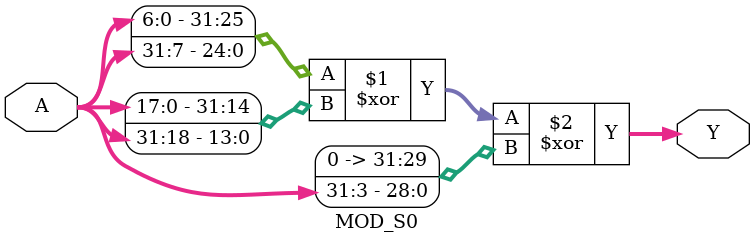
<source format=v>
module MOD_S0(
    input [31:0] A,
    output [31:0] Y
);

assign Y  = {A[6 :0], A[31:7]} ^
             {A[17:0], A[31:18]} ^
             {3'b000,   A[31:3]};

endmodule

</source>
